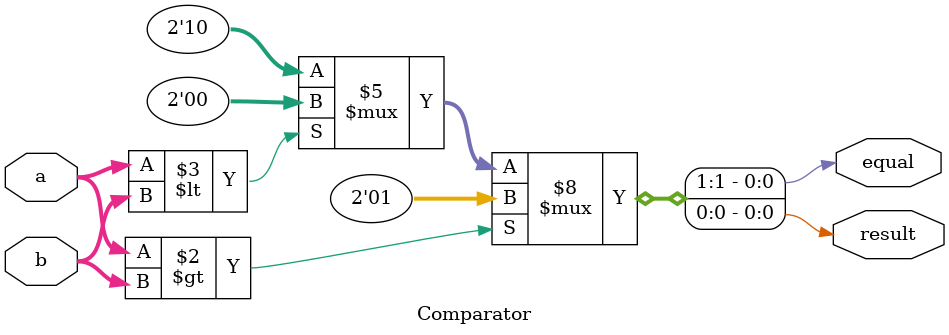
<source format=v>
`timescale 1ns / 1ps

module Comparator(
    input wire [7:0] a, // 比较数
    input wire [7:0] b, // 比较数
    output reg result, // 比较结果
    output reg equal // 比较结果
    );

// 行为描述
always @(a or b) begin
    if(a > b)
        {equal,result} <= 2'b01; // a 比 b 大
    else begin
        if(a < b)
            {equal,result} <= 2'b00; // a 比 b 小
        else
            {equal,result} <= 2'b10; // 相等
    end
end

// 数据流描述
// assign equal = (a == b) ? 1 : 0;
// assign result = (a > b) ? 1 : 0;
endmodule

</source>
